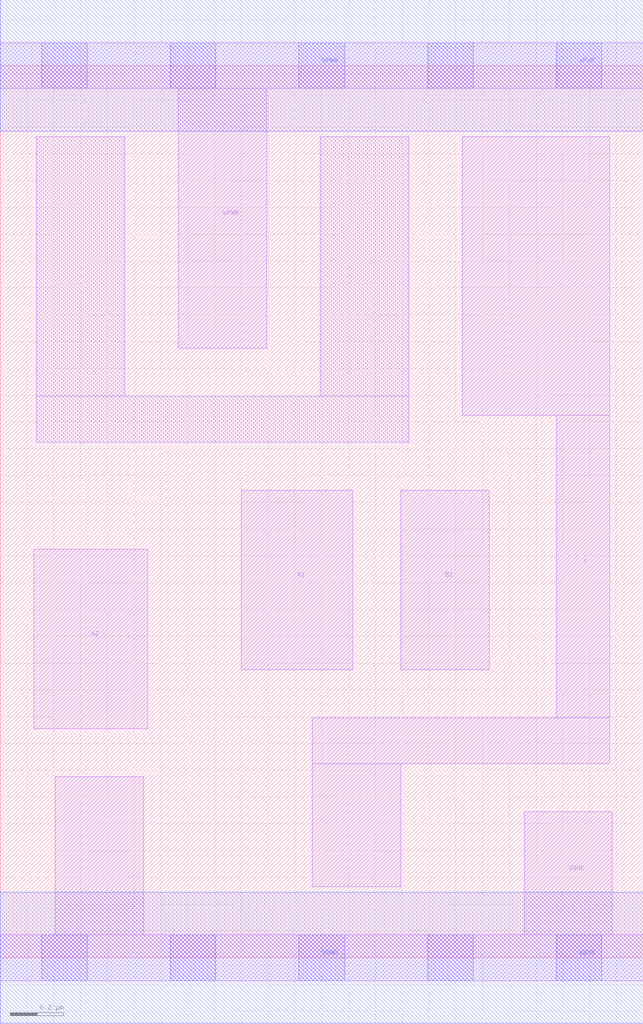
<source format=lef>
# Copyright 2020 The SkyWater PDK Authors
#
# Licensed under the Apache License, Version 2.0 (the "License");
# you may not use this file except in compliance with the License.
# You may obtain a copy of the License at
#
#     https://www.apache.org/licenses/LICENSE-2.0
#
# Unless required by applicable law or agreed to in writing, software
# distributed under the License is distributed on an "AS IS" BASIS,
# WITHOUT WARRANTIES OR CONDITIONS OF ANY KIND, either express or implied.
# See the License for the specific language governing permissions and
# limitations under the License.
#
# SPDX-License-Identifier: Apache-2.0

VERSION 5.7 ;
  NAMESCASESENSITIVE ON ;
  NOWIREEXTENSIONATPIN ON ;
  DIVIDERCHAR "/" ;
  BUSBITCHARS "[]" ;
UNITS
  DATABASE MICRONS 200 ;
END UNITS
MACRO sky130_fd_sc_lp__a21oi_lp
  CLASS CORE ;
  SOURCE USER ;
  FOREIGN sky130_fd_sc_lp__a21oi_lp ;
  ORIGIN  0.000000  0.000000 ;
  SIZE  2.400000 BY  3.330000 ;
  SYMMETRY X Y R90 ;
  SITE unit ;
  PIN A1
    ANTENNAGATEAREA  0.313000 ;
    DIRECTION INPUT ;
    USE SIGNAL ;
    PORT
      LAYER li1 ;
        RECT 0.900000 1.075000 1.315000 1.745000 ;
    END
  END A1
  PIN A2
    ANTENNAGATEAREA  0.313000 ;
    DIRECTION INPUT ;
    USE SIGNAL ;
    PORT
      LAYER li1 ;
        RECT 0.125000 0.855000 0.550000 1.525000 ;
    END
  END A2
  PIN B1
    ANTENNAGATEAREA  0.376000 ;
    DIRECTION INPUT ;
    USE SIGNAL ;
    PORT
      LAYER li1 ;
        RECT 1.495000 1.075000 1.825000 1.745000 ;
    END
  END B1
  PIN Y
    ANTENNADIFFAREA  0.461400 ;
    DIRECTION OUTPUT ;
    USE SIGNAL ;
    PORT
      LAYER li1 ;
        RECT 1.165000 0.265000 1.495000 0.725000 ;
        RECT 1.165000 0.725000 2.275000 0.895000 ;
        RECT 1.725000 2.025000 2.275000 3.065000 ;
        RECT 2.075000 0.895000 2.275000 2.025000 ;
    END
  END Y
  PIN VGND
    DIRECTION INOUT ;
    USE GROUND ;
    PORT
      LAYER li1 ;
        RECT 0.000000 -0.085000 2.400000 0.085000 ;
        RECT 0.205000  0.085000 0.535000 0.675000 ;
        RECT 1.955000  0.085000 2.285000 0.545000 ;
      LAYER mcon ;
        RECT 0.155000 -0.085000 0.325000 0.085000 ;
        RECT 0.635000 -0.085000 0.805000 0.085000 ;
        RECT 1.115000 -0.085000 1.285000 0.085000 ;
        RECT 1.595000 -0.085000 1.765000 0.085000 ;
        RECT 2.075000 -0.085000 2.245000 0.085000 ;
      LAYER met1 ;
        RECT 0.000000 -0.245000 2.400000 0.245000 ;
    END
  END VGND
  PIN VPWR
    DIRECTION INOUT ;
    USE POWER ;
    PORT
      LAYER li1 ;
        RECT 0.000000 3.245000 2.400000 3.415000 ;
        RECT 0.665000 2.275000 0.995000 3.245000 ;
      LAYER mcon ;
        RECT 0.155000 3.245000 0.325000 3.415000 ;
        RECT 0.635000 3.245000 0.805000 3.415000 ;
        RECT 1.115000 3.245000 1.285000 3.415000 ;
        RECT 1.595000 3.245000 1.765000 3.415000 ;
        RECT 2.075000 3.245000 2.245000 3.415000 ;
      LAYER met1 ;
        RECT 0.000000 3.085000 2.400000 3.575000 ;
    END
  END VPWR
  OBS
    LAYER li1 ;
      RECT 0.135000 1.925000 1.525000 2.095000 ;
      RECT 0.135000 2.095000 0.465000 3.065000 ;
      RECT 1.195000 2.095000 1.525000 3.065000 ;
  END
END sky130_fd_sc_lp__a21oi_lp

</source>
